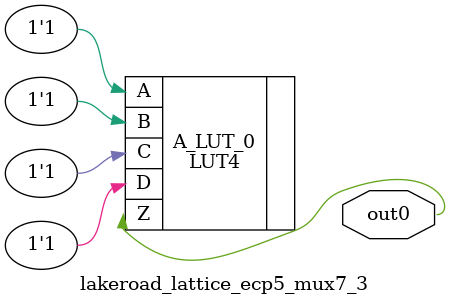
<source format=v>

/* Generated by Yosys 0.19 (git sha1 a45c131b37c, clang 13.1.6 -fPIC -Os) */

module lakeroad_lattice_ecp5_mux7_3(out0);
  wire _0_;
  wire _1_;
  wire _2_;
  wire _3_;
  wire _4_;
  wire _5_;
  wire _6_;
  output out0;
  wire out0;
  LUT4 #(
    .INIT(16'h8000)
  ) A_LUT_0 (
    .A(1'h1),
    .B(1'h1),
    .C(1'h1),
    .D(1'h1),
    .Z(out0)
  );
  LUT4 #(
    .INIT(16'h0000)
  ) B_LUT_1 (
    .A(1'h1),
    .B(1'h1),
    .C(1'h1),
    .D(1'h1),
    .Z(_6_)
  );
  LUT4 #(
    .INIT(16'h0000)
  ) C_LUT_2 (
    .A(1'h1),
    .B(1'h1),
    .C(1'h1),
    .D(1'h1),
    .Z(_5_)
  );
  LUT4 #(
    .INIT(16'h0000)
  ) D_LUT_3 (
    .A(1'h1),
    .B(1'h1),
    .C(1'h1),
    .D(1'h1),
    .Z(_4_)
  );
  LUT4 #(
    .INIT(16'h0000)
  ) E_LUT_4 (
    .A(1'h1),
    .B(1'h1),
    .C(1'h1),
    .D(1'h1),
    .Z(_3_)
  );
  LUT4 #(
    .INIT(16'h0000)
  ) F_LUT_5 (
    .A(1'h1),
    .B(1'h1),
    .C(1'h1),
    .D(1'h1),
    .Z(_2_)
  );
  LUT4 #(
    .INIT(16'h0000)
  ) G_LUT_6 (
    .A(1'h1),
    .B(1'h1),
    .C(1'h1),
    .D(1'h1),
    .Z(_1_)
  );
  LUT4 #(
    .INIT(16'h0000)
  ) H_LUT_7 (
    .A(1'h1),
    .B(1'h1),
    .C(1'h1),
    .D(1'h1),
    .Z(_0_)
  );
endmodule


</source>
